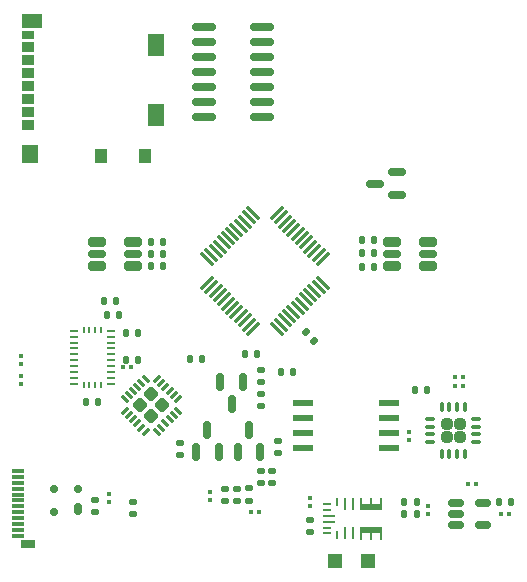
<source format=gbr>
%TF.GenerationSoftware,KiCad,Pcbnew,8.0.5*%
%TF.CreationDate,2024-10-25T00:02:52-07:00*%
%TF.ProjectId,Vanguard_new,56616e67-7561-4726-945f-6e65772e6b69,rev?*%
%TF.SameCoordinates,Original*%
%TF.FileFunction,Paste,Top*%
%TF.FilePolarity,Positive*%
%FSLAX46Y46*%
G04 Gerber Fmt 4.6, Leading zero omitted, Abs format (unit mm)*
G04 Created by KiCad (PCBNEW 8.0.5) date 2024-10-25 00:02:52*
%MOMM*%
%LPD*%
G01*
G04 APERTURE LIST*
G04 Aperture macros list*
%AMRoundRect*
0 Rectangle with rounded corners*
0 $1 Rounding radius*
0 $2 $3 $4 $5 $6 $7 $8 $9 X,Y pos of 4 corners*
0 Add a 4 corners polygon primitive as box body*
4,1,4,$2,$3,$4,$5,$6,$7,$8,$9,$2,$3,0*
0 Add four circle primitives for the rounded corners*
1,1,$1+$1,$2,$3*
1,1,$1+$1,$4,$5*
1,1,$1+$1,$6,$7*
1,1,$1+$1,$8,$9*
0 Add four rect primitives between the rounded corners*
20,1,$1+$1,$2,$3,$4,$5,0*
20,1,$1+$1,$4,$5,$6,$7,0*
20,1,$1+$1,$6,$7,$8,$9,0*
20,1,$1+$1,$8,$9,$2,$3,0*%
G04 Aperture macros list end*
%ADD10RoundRect,0.135000X-0.135000X-0.185000X0.135000X-0.185000X0.135000X0.185000X-0.135000X0.185000X0*%
%ADD11RoundRect,0.079500X0.100500X-0.079500X0.100500X0.079500X-0.100500X0.079500X-0.100500X-0.079500X0*%
%ADD12RoundRect,0.135000X0.185000X-0.135000X0.185000X0.135000X-0.185000X0.135000X-0.185000X-0.135000X0*%
%ADD13RoundRect,0.079500X-0.079500X-0.100500X0.079500X-0.100500X0.079500X0.100500X-0.079500X0.100500X0*%
%ADD14RoundRect,0.150000X0.150000X-0.587500X0.150000X0.587500X-0.150000X0.587500X-0.150000X-0.587500X0*%
%ADD15R,1.000000X0.380000*%
%ADD16R,1.150000X0.700000*%
%ADD17RoundRect,0.135000X-0.185000X0.135000X-0.185000X-0.135000X0.185000X-0.135000X0.185000X0.135000X0*%
%ADD18RoundRect,0.147500X-0.147500X-0.172500X0.147500X-0.172500X0.147500X0.172500X-0.147500X0.172500X0*%
%ADD19RoundRect,0.075000X0.521491X-0.415425X-0.415425X0.521491X-0.521491X0.415425X0.415425X-0.521491X0*%
%ADD20RoundRect,0.075000X0.521491X0.415425X0.415425X0.521491X-0.521491X-0.415425X-0.415425X-0.521491X0*%
%ADD21RoundRect,0.079500X0.079500X0.100500X-0.079500X0.100500X-0.079500X-0.100500X0.079500X-0.100500X0*%
%ADD22RoundRect,0.135000X0.135000X0.185000X-0.135000X0.185000X-0.135000X-0.185000X0.135000X-0.185000X0*%
%ADD23RoundRect,0.087500X-0.325000X0.087500X-0.325000X-0.087500X0.325000X-0.087500X0.325000X0.087500X0*%
%ADD24RoundRect,0.087500X-0.087500X0.325000X-0.087500X-0.325000X0.087500X-0.325000X0.087500X0.325000X0*%
%ADD25RoundRect,0.238649X-0.238648X0.238648X-0.238648X-0.238648X0.238648X-0.238648X0.238648X0.238648X0*%
%ADD26RoundRect,0.072500X0.782500X0.217500X-0.782500X0.217500X-0.782500X-0.217500X0.782500X-0.217500X0*%
%ADD27RoundRect,0.079500X-0.100500X0.079500X-0.100500X-0.079500X0.100500X-0.079500X0.100500X0.079500X0*%
%ADD28RoundRect,0.150000X-0.512500X-0.150000X0.512500X-0.150000X0.512500X0.150000X-0.512500X0.150000X0*%
%ADD29RoundRect,0.160000X0.565000X0.240000X-0.565000X0.240000X-0.565000X-0.240000X0.565000X-0.240000X0*%
%ADD30RoundRect,0.120000X0.605000X0.180000X-0.605000X0.180000X-0.605000X-0.180000X0.605000X-0.180000X0*%
%ADD31R,1.200000X1.200000*%
%ADD32R,1.950000X0.600000*%
%ADD33R,0.700000X0.250000*%
%ADD34R,1.100000X0.250000*%
%ADD35R,0.250000X0.700000*%
%ADD36R,0.250000X1.100000*%
%ADD37R,0.250000X0.800000*%
%ADD38RoundRect,0.135000X0.226274X0.035355X0.035355X0.226274X-0.226274X-0.035355X-0.035355X-0.226274X0*%
%ADD39R,1.800000X1.170000*%
%ADD40R,1.350000X1.900000*%
%ADD41R,1.350000X1.550000*%
%ADD42R,1.000000X1.200000*%
%ADD43R,1.100000X0.750000*%
%ADD44R,1.100000X0.850000*%
%ADD45RoundRect,0.160000X-0.565000X-0.240000X0.565000X-0.240000X0.565000X0.240000X-0.565000X0.240000X0*%
%ADD46RoundRect,0.120000X-0.605000X-0.180000X0.605000X-0.180000X0.605000X0.180000X-0.605000X0.180000X0*%
%ADD47RoundRect,0.175000X0.175000X0.325000X-0.175000X0.325000X-0.175000X-0.325000X0.175000X-0.325000X0*%
%ADD48RoundRect,0.150000X0.200000X0.150000X-0.200000X0.150000X-0.200000X-0.150000X0.200000X-0.150000X0*%
%ADD49RoundRect,0.250000X-0.388909X0.000000X0.000000X-0.388909X0.388909X0.000000X0.000000X0.388909X0*%
%ADD50RoundRect,0.062500X-0.291682X0.203293X0.203293X-0.291682X0.291682X-0.203293X-0.203293X0.291682X0*%
%ADD51RoundRect,0.062500X-0.291682X-0.203293X-0.203293X-0.291682X0.291682X0.203293X0.203293X0.291682X0*%
%ADD52R,0.675000X0.250000*%
%ADD53R,0.250000X0.575000*%
%ADD54RoundRect,0.150000X-0.150000X0.587500X-0.150000X-0.587500X0.150000X-0.587500X0.150000X0.587500X0*%
%ADD55RoundRect,0.150000X0.587500X0.150000X-0.587500X0.150000X-0.587500X-0.150000X0.587500X-0.150000X0*%
%ADD56RoundRect,0.150000X-0.825000X-0.150000X0.825000X-0.150000X0.825000X0.150000X-0.825000X0.150000X0*%
G04 APERTURE END LIST*
D10*
%TO.C,R16*%
X370500000Y-24500000D03*
X369480002Y-24500000D03*
%TD*%
D11*
%TO.C,C4*%
X361500000Y-24155000D03*
X361500000Y-24845000D03*
%TD*%
D12*
%TO.C,R7*%
X357298854Y-14377490D03*
X357298854Y-13357492D03*
%TD*%
%TO.C,R11*%
X350500000Y-20509999D03*
X350500000Y-19490001D03*
%TD*%
D13*
%TO.C,D5*%
X378345000Y-25500000D03*
X377655000Y-25500000D03*
%TD*%
D14*
%TO.C,Q1*%
X355348854Y-20242491D03*
X357248854Y-20242491D03*
X356298854Y-18367491D03*
%TD*%
D10*
%TO.C,R13*%
X351298854Y-12367491D03*
X352318852Y-12367491D03*
%TD*%
D13*
%TO.C,D2*%
X357143854Y-25367491D03*
X356453854Y-25367491D03*
%TD*%
D15*
%TO.C,J1*%
X336798854Y-27367491D03*
X336798854Y-26867491D03*
X336798854Y-26367491D03*
X336798854Y-25867491D03*
X336798854Y-25367491D03*
X336798854Y-24867491D03*
X336798854Y-24367491D03*
X336798854Y-23867491D03*
X336798854Y-23367491D03*
X336798854Y-22867491D03*
X336798854Y-22367491D03*
X336798854Y-21867491D03*
D16*
X337638854Y-28037491D03*
%TD*%
D13*
%TO.C,C7*%
X345637500Y-13040000D03*
X346327500Y-13040000D03*
%TD*%
D17*
%TO.C,R5*%
X358298854Y-22877490D03*
X358298854Y-21857492D03*
%TD*%
%TO.C,R1*%
X343298854Y-25377491D03*
X343298854Y-24357491D03*
%TD*%
D10*
%TO.C,R21*%
X358990000Y-13500000D03*
X360010000Y-13500000D03*
%TD*%
%TO.C,R24*%
X342500000Y-16000000D03*
X343519998Y-16000000D03*
%TD*%
D18*
%TO.C,L1*%
X371382399Y-15005582D03*
X370412399Y-15005582D03*
%TD*%
D19*
%TO.C,U2*%
X358671573Y-9828427D03*
X359025127Y-9474873D03*
X359378680Y-9121320D03*
X359732234Y-8767766D03*
X360085787Y-8414213D03*
X360439340Y-8060660D03*
X360792894Y-7707106D03*
X361146447Y-7353553D03*
X361500000Y-7000000D03*
X361853554Y-6646446D03*
X362207107Y-6292893D03*
X362560661Y-5939339D03*
D20*
X362560661Y-3941763D03*
X362207107Y-3588209D03*
X361853554Y-3234656D03*
X361500000Y-2881102D03*
X361146447Y-2527549D03*
X360792894Y-2173996D03*
X360439340Y-1820442D03*
X360085787Y-1466889D03*
X359732234Y-1113336D03*
X359378680Y-759782D03*
X359025127Y-406229D03*
X358671573Y-52675D03*
D19*
X356673997Y-52675D03*
X356320443Y-406229D03*
X355966890Y-759782D03*
X355613336Y-1113336D03*
X355259783Y-1466889D03*
X354906230Y-1820442D03*
X354552676Y-2173996D03*
X354199123Y-2527549D03*
X353845570Y-2881102D03*
X353492016Y-3234656D03*
X353138463Y-3588209D03*
X352784909Y-3941763D03*
D20*
X352784909Y-5939339D03*
X353138463Y-6292893D03*
X353492016Y-6646446D03*
X353845570Y-7000000D03*
X354199123Y-7353553D03*
X354552676Y-7707106D03*
X354906230Y-8060660D03*
X355259783Y-8414213D03*
X355613336Y-8767766D03*
X355966890Y-9121320D03*
X356320443Y-9474873D03*
X356673997Y-9828427D03*
%TD*%
D21*
%TO.C,C10*%
X373734380Y-13944923D03*
X374424380Y-13944923D03*
%TD*%
D10*
%TO.C,R18*%
X345930000Y-12457500D03*
X346950000Y-12457500D03*
%TD*%
D22*
%TO.C,R23*%
X345092500Y-7490000D03*
X344072500Y-7490000D03*
%TD*%
D10*
%TO.C,R26*%
X366934999Y-3430000D03*
X365915001Y-3430000D03*
%TD*%
D12*
%TO.C,R10*%
X354250000Y-24379999D03*
X354250000Y-23360001D03*
%TD*%
D10*
%TO.C,R29*%
X349000000Y-3500000D03*
X347980002Y-3500000D03*
%TD*%
D23*
%TO.C,U8*%
X375557233Y-17475000D03*
X375557233Y-18125000D03*
X375557233Y-18775000D03*
X375557233Y-19425000D03*
D24*
X374569733Y-20412500D03*
X373919733Y-20412500D03*
X373269733Y-20412500D03*
X372619733Y-20412500D03*
D23*
X371632233Y-19425000D03*
X371632233Y-18775000D03*
X371632233Y-18125000D03*
X371632233Y-17475000D03*
D24*
X372619733Y-16487500D03*
X373269733Y-16487500D03*
X373919733Y-16487500D03*
X374569733Y-16487500D03*
D25*
X373044733Y-19000000D03*
X374144733Y-19000000D03*
X373044733Y-17900000D03*
X374144733Y-17900000D03*
%TD*%
D11*
%TO.C,C2*%
X337000000Y-12845000D03*
X337000000Y-12155000D03*
%TD*%
D22*
%TO.C,R9*%
X357009999Y-12000000D03*
X355990001Y-12000000D03*
%TD*%
D26*
%TO.C,U3*%
X360870000Y-19905000D03*
X360870000Y-18635000D03*
X360870000Y-17365000D03*
X360870000Y-16095000D03*
X368130000Y-16095000D03*
X368130000Y-17365000D03*
X368130000Y-18635000D03*
X368130000Y-19905000D03*
%TD*%
D10*
%TO.C,R17*%
X378509999Y-24500000D03*
X377490001Y-24500000D03*
%TD*%
D12*
%TO.C,R6*%
X357298854Y-21857492D03*
X357298854Y-22877490D03*
%TD*%
D11*
%TO.C,C8*%
X369836739Y-18549670D03*
X369836739Y-19239670D03*
%TD*%
D27*
%TO.C,D3*%
X353000000Y-23655000D03*
X353000000Y-24345000D03*
%TD*%
D28*
%TO.C,U4*%
X376137500Y-24550001D03*
X376137500Y-26449999D03*
X373862500Y-26449999D03*
X373862500Y-25500000D03*
X373862500Y-24550001D03*
%TD*%
D27*
%TO.C,C3*%
X337000000Y-13835000D03*
X337000000Y-14525000D03*
%TD*%
D17*
%TO.C,R12*%
X357298854Y-15357491D03*
X357298854Y-16377491D03*
%TD*%
D29*
%TO.C,PORTSIDE_RGB1*%
X343475000Y-4550000D03*
D30*
X343475000Y-3500000D03*
D29*
X343475000Y-2450000D03*
X346525000Y-2450000D03*
D30*
X346525000Y-3500000D03*
D29*
X346525000Y-4550000D03*
%TD*%
D10*
%TO.C,R25*%
X366934999Y-2320000D03*
X365915001Y-2320000D03*
%TD*%
D31*
%TO.C,D6*%
X363600001Y-29500000D03*
X366399999Y-29500000D03*
%TD*%
D10*
%TO.C,R19*%
X345910000Y-10227500D03*
X346930000Y-10227500D03*
%TD*%
D32*
%TO.C,U5*%
X366610000Y-24910000D03*
X366610000Y-26910000D03*
D33*
X362910000Y-27160000D03*
X362909999Y-26660000D03*
D34*
X363110000Y-26160000D03*
X363110000Y-25660000D03*
D33*
X362909999Y-25160000D03*
X362910000Y-24660000D03*
D35*
X363810000Y-24460000D03*
D36*
X364459999Y-24660000D03*
X365110000Y-24660000D03*
D35*
X365760000Y-24460000D03*
X366610000Y-24460000D03*
X367460000Y-24460000D03*
X367460000Y-27360000D03*
X366610000Y-27360000D03*
X365760000Y-27360000D03*
D36*
X365110000Y-27160000D03*
X364459999Y-27160000D03*
D37*
X363810000Y-27310000D03*
%TD*%
D38*
%TO.C,R22*%
X361139376Y-10139376D03*
X361860624Y-10860624D03*
%TD*%
D10*
%TO.C,R27*%
X366934999Y-4580000D03*
X365915001Y-4580000D03*
%TD*%
%TO.C,R28*%
X349000000Y-4520000D03*
X347980002Y-4520000D03*
%TD*%
D17*
%TO.C,R14*%
X361500000Y-27010000D03*
X361500000Y-25990000D03*
%TD*%
D10*
%TO.C,R30*%
X349010000Y-2450001D03*
X347990002Y-2450001D03*
%TD*%
D27*
%TO.C,C1*%
X344500000Y-24500000D03*
X344500000Y-23810000D03*
%TD*%
D10*
%TO.C,R20*%
X344312500Y-8640000D03*
X345332500Y-8640000D03*
%TD*%
D21*
%TO.C,C9*%
X373734380Y-14652029D03*
X374424380Y-14652029D03*
%TD*%
D39*
%TO.C,J3*%
X337987500Y16255000D03*
D40*
X348462500Y14230000D03*
X348462500Y8260000D03*
D41*
X337762500Y4935000D03*
D42*
X347487500Y4760000D03*
X343787500Y4760000D03*
D43*
X337637500Y15045000D03*
D44*
X337637500Y13995000D03*
X337637500Y12895000D03*
X337637500Y11795000D03*
X337637500Y10695000D03*
X337637500Y9594999D03*
X337637500Y8495000D03*
X337637500Y7394999D03*
%TD*%
D45*
%TO.C,STARBOARD_RGB1*%
X371500000Y-2450000D03*
D46*
X371500000Y-3500000D03*
D45*
X371500000Y-4550000D03*
X368450000Y-4550000D03*
D46*
X368450000Y-3500000D03*
D45*
X368450000Y-2450000D03*
%TD*%
D12*
%TO.C,R2*%
X346500000Y-24490001D03*
X346500000Y-25509999D03*
%TD*%
D47*
%TO.C,D1*%
X341798854Y-25117491D03*
D48*
X341798854Y-23417491D03*
X339798854Y-23417491D03*
X339798854Y-25317491D03*
%TD*%
D49*
%TO.C,U1*%
X348048854Y-15385752D03*
X347129615Y-16304991D03*
X348968093Y-16304991D03*
X348048854Y-17224230D03*
D50*
X347562718Y-14051088D03*
X347209165Y-14404642D03*
X346855611Y-14758195D03*
X346502058Y-15111748D03*
X346148505Y-15465302D03*
X345794951Y-15818855D03*
D51*
X345794951Y-16791127D03*
X346148505Y-17144680D03*
X346502058Y-17498234D03*
X346855611Y-17851787D03*
X347209165Y-18205340D03*
X347562718Y-18558894D03*
D50*
X348534990Y-18558894D03*
X348888543Y-18205340D03*
X349242097Y-17851787D03*
X349595650Y-17498234D03*
X349949203Y-17144680D03*
X350302757Y-16791127D03*
D51*
X350302757Y-15818855D03*
X349949203Y-15465302D03*
X349595650Y-15111748D03*
X349242097Y-14758195D03*
X348888543Y-14404642D03*
X348534990Y-14051088D03*
%TD*%
D52*
%TO.C,U6*%
X341500000Y-14500000D03*
D53*
X342312499Y-14562500D03*
X342812500Y-14562500D03*
X343312500Y-14562500D03*
X343812501Y-14562500D03*
D52*
X344625000Y-14500000D03*
X344625000Y-14000000D03*
X344625000Y-13500000D03*
X344625000Y-13000000D03*
X344625000Y-12500000D03*
X344625000Y-12000000D03*
X344625000Y-11500000D03*
X344625000Y-11000000D03*
X344625000Y-10500000D03*
X344625000Y-10000000D03*
D53*
X343812501Y-9937500D03*
X343312500Y-9937500D03*
X342812500Y-9937500D03*
X342312499Y-9937500D03*
D52*
X341500000Y-10000000D03*
X341500000Y-10500000D03*
X341500000Y-11000000D03*
X341500000Y-11500000D03*
X341500000Y-12000000D03*
X341500000Y-12500000D03*
X341500000Y-13000000D03*
X341500000Y-13500000D03*
X341500000Y-14000000D03*
%TD*%
D17*
%TO.C,R4*%
X356298854Y-24377491D03*
X356298854Y-23357491D03*
%TD*%
D22*
%TO.C,R15*%
X369480002Y-25500000D03*
X370500000Y-25500000D03*
%TD*%
D54*
%TO.C,Q3*%
X355798854Y-14367491D03*
X353898854Y-14367491D03*
X354848854Y-16242492D03*
%TD*%
D55*
%TO.C,Q4*%
X368850785Y1500000D03*
X368850785Y3400000D03*
X366975785Y2450000D03*
%TD*%
D12*
%TO.C,R8*%
X358798854Y-19367491D03*
X358798854Y-20387489D03*
%TD*%
D11*
%TO.C,C5*%
X371500000Y-24835000D03*
X371500000Y-25525000D03*
%TD*%
D14*
%TO.C,Q2*%
X351848854Y-20242492D03*
X353748854Y-20242492D03*
X352798854Y-18367491D03*
%TD*%
D17*
%TO.C,R3*%
X355298854Y-23360000D03*
X355298854Y-24380000D03*
%TD*%
D56*
%TO.C,U7*%
X357442500Y15750000D03*
X357442500Y14480000D03*
X357442500Y13210000D03*
X357442500Y11940000D03*
X357442500Y10670000D03*
X357442500Y9400000D03*
X357442500Y8130000D03*
X352492500Y8130000D03*
X352492500Y9400000D03*
X352492500Y10670000D03*
X352492500Y11940000D03*
X352492500Y13210000D03*
X352492500Y14480000D03*
X352492500Y15750000D03*
%TD*%
D21*
%TO.C,C6*%
X374835000Y-23000000D03*
X375525000Y-23000000D03*
%TD*%
M02*

</source>
